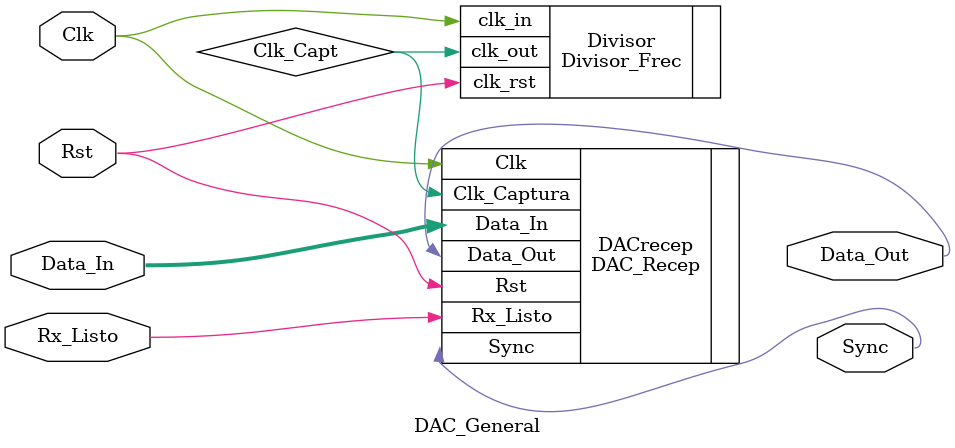
<source format=v>
`timescale 1ns / 1ps
module DAC_General(
	input wire Rst,Clk,
	input wire [11:0] Data_In,
	input wire Rx_Listo, 
	output wire Sync,
	output wire Data_Out
	);

wire Clk_Capt;

//Instanciación del módulo receptor y el divisor de frecuencia
Divisor_Frec Divisor (
	.clk_in(Clk),
	.clk_rst(Rst),
	.clk_out(Clk_Capt)
);

DAC_Recep DACrecep (
	.Clk_Captura(Clk_Capt),
	.Rst(Rst),
	.Clk(Clk),
	.Data_In(Data_In),
	.Rx_Listo(Rx_Listo), 
	.Sync(Sync),
	.Data_Out(Data_Out)
);



endmodule

</source>
